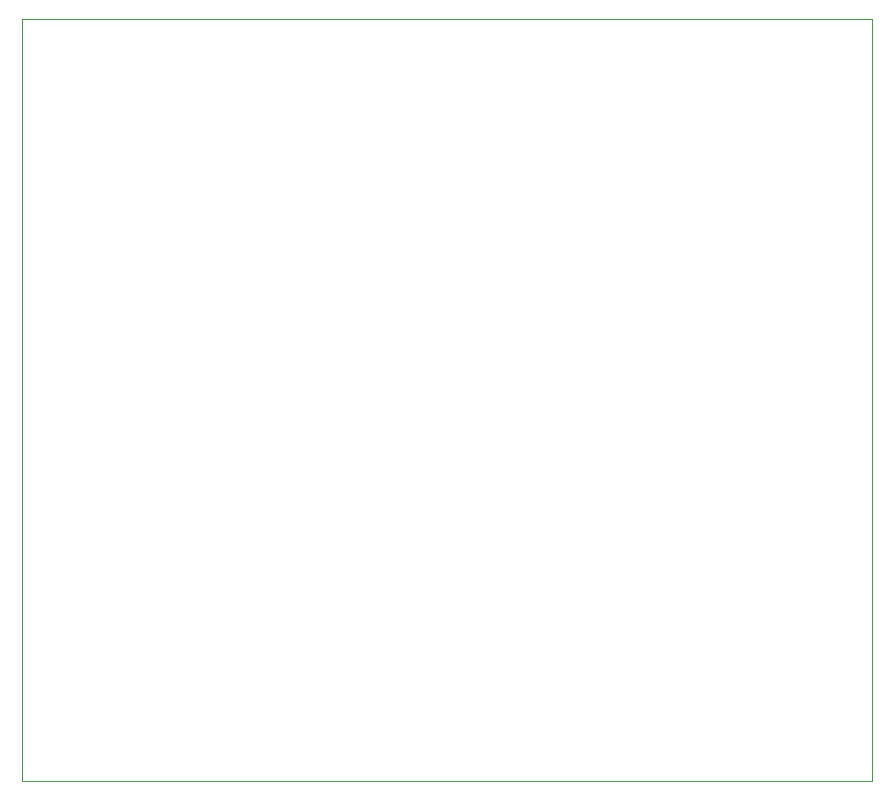
<source format=gbr>
G04 #@! TF.GenerationSoftware,KiCad,Pcbnew,(5.1.4)-1*
G04 #@! TF.CreationDate,2020-06-16T20:45:49+02:00*
G04 #@! TF.ProjectId,8x5matrixDisplay,3878356d-6174-4726-9978-446973706c61,rev?*
G04 #@! TF.SameCoordinates,Original*
G04 #@! TF.FileFunction,Profile,NP*
%FSLAX46Y46*%
G04 Gerber Fmt 4.6, Leading zero omitted, Abs format (unit mm)*
G04 Created by KiCad (PCBNEW (5.1.4)-1) date 2020-06-16 20:45:49*
%MOMM*%
%LPD*%
G04 APERTURE LIST*
%ADD10C,0.050000*%
G04 APERTURE END LIST*
D10*
X123500000Y-117500000D02*
X123500000Y-53000000D01*
X195500000Y-117500000D02*
X123500000Y-117500000D01*
X195500000Y-53000000D02*
X195500000Y-117500000D01*
X123500000Y-53000000D02*
X195500000Y-53000000D01*
M02*

</source>
